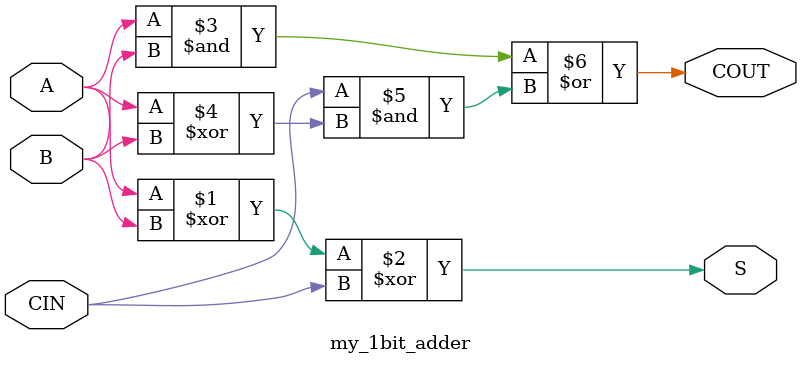
<source format=v>
`timescale 1ns / 1ps

module my_1bit_adder(
    input A, B, CIN, output S, COUT
    );
    
    assign S = A ^ B ^ CIN;
    assign COUT = (A & B) | (CIN & (A ^ B)); 
    
endmodule
                    
</source>
